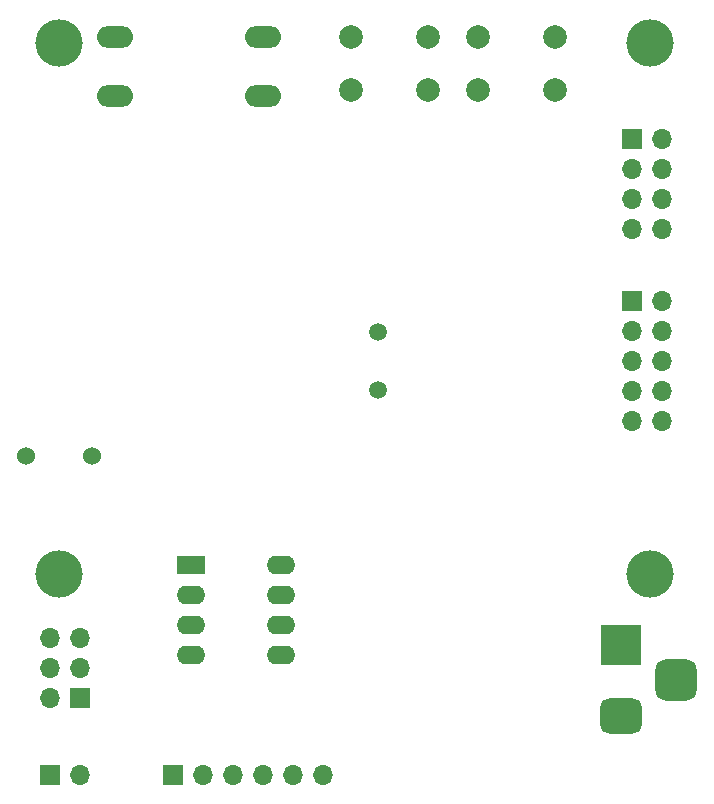
<source format=gbr>
%TF.GenerationSoftware,KiCad,Pcbnew,6.0.4-6f826c9f35~116~ubuntu21.10.1*%
%TF.CreationDate,2022-04-24T13:37:27+09:00*%
%TF.ProjectId,pcb,7063622e-6b69-4636-9164-5f7063625858,rev?*%
%TF.SameCoordinates,Original*%
%TF.FileFunction,Soldermask,Bot*%
%TF.FilePolarity,Negative*%
%FSLAX46Y46*%
G04 Gerber Fmt 4.6, Leading zero omitted, Abs format (unit mm)*
G04 Created by KiCad (PCBNEW 6.0.4-6f826c9f35~116~ubuntu21.10.1) date 2022-04-24 13:37:27*
%MOMM*%
%LPD*%
G01*
G04 APERTURE LIST*
G04 Aperture macros list*
%AMRoundRect*
0 Rectangle with rounded corners*
0 $1 Rounding radius*
0 $2 $3 $4 $5 $6 $7 $8 $9 X,Y pos of 4 corners*
0 Add a 4 corners polygon primitive as box body*
4,1,4,$2,$3,$4,$5,$6,$7,$8,$9,$2,$3,0*
0 Add four circle primitives for the rounded corners*
1,1,$1+$1,$2,$3*
1,1,$1+$1,$4,$5*
1,1,$1+$1,$6,$7*
1,1,$1+$1,$8,$9*
0 Add four rect primitives between the rounded corners*
20,1,$1+$1,$2,$3,$4,$5,0*
20,1,$1+$1,$4,$5,$6,$7,0*
20,1,$1+$1,$6,$7,$8,$9,0*
20,1,$1+$1,$8,$9,$2,$3,0*%
G04 Aperture macros list end*
%ADD10R,1.700000X1.700000*%
%ADD11O,1.700000X1.700000*%
%ADD12C,4.000000*%
%ADD13R,3.500000X3.500000*%
%ADD14RoundRect,0.750000X1.000000X-0.750000X1.000000X0.750000X-1.000000X0.750000X-1.000000X-0.750000X0*%
%ADD15RoundRect,0.875000X0.875000X-0.875000X0.875000X0.875000X-0.875000X0.875000X-0.875000X-0.875000X0*%
%ADD16C,1.524000*%
%ADD17C,2.000000*%
%ADD18O,3.048000X1.850000*%
%ADD19R,2.400000X1.600000*%
%ADD20O,2.400000X1.600000*%
%ADD21C,1.500000*%
G04 APERTURE END LIST*
D10*
%TO.C,J_INNER1*%
X78290000Y-26175000D03*
D11*
X80830000Y-26175000D03*
X78290000Y-28715000D03*
X80830000Y-28715000D03*
X78290000Y-31255000D03*
X80830000Y-31255000D03*
X78290000Y-33795000D03*
X80830000Y-33795000D03*
%TD*%
D12*
%TO.C,HOLE1*%
X29760000Y-18030000D03*
%TD*%
D13*
%TO.C,POWER_JACK1*%
X77302500Y-69030000D03*
D14*
X77302500Y-75030000D03*
D15*
X82002500Y-72030000D03*
%TD*%
D10*
%TO.C,J_UART1*%
X39410000Y-80030000D03*
D11*
X41950000Y-80030000D03*
X44490000Y-80030000D03*
X47030000Y-80030000D03*
X49570000Y-80030000D03*
X52110000Y-80030000D03*
%TD*%
D12*
%TO.C,HOLE3*%
X29760000Y-63030000D03*
%TD*%
D16*
%TO.C,BZ1*%
X32560000Y-53030000D03*
X26960000Y-53030000D03*
%TD*%
D12*
%TO.C,HOLE4*%
X79760000Y-63030000D03*
%TD*%
D17*
%TO.C,SW3*%
X54510000Y-22030000D03*
X61010000Y-22030000D03*
X61010000Y-17530000D03*
X54510000Y-17530000D03*
%TD*%
%TO.C,SW4*%
X65260000Y-22030000D03*
X71760000Y-22030000D03*
X71760000Y-17530000D03*
X65260000Y-17530000D03*
%TD*%
D12*
%TO.C,HOLE2*%
X79760000Y-18030000D03*
%TD*%
D18*
%TO.C,SW2*%
X47000000Y-22530000D03*
X34500000Y-22530000D03*
X47000000Y-17530000D03*
X34500000Y-17530000D03*
%TD*%
D10*
%TO.C,SW1*%
X28985000Y-80030000D03*
D11*
X31525000Y-80030000D03*
%TD*%
D10*
%TO.C,J_SPI1*%
X31535000Y-73530000D03*
D11*
X28995000Y-73530000D03*
X31535000Y-70990000D03*
X28995000Y-70990000D03*
X31535000Y-68450000D03*
X28995000Y-68450000D03*
%TD*%
D19*
%TO.C,U3*%
X40960000Y-62230000D03*
D20*
X40960000Y-64770000D03*
X40960000Y-67310000D03*
X40960000Y-69850000D03*
X48580000Y-69850000D03*
X48580000Y-67310000D03*
X48580000Y-64770000D03*
X48580000Y-62230000D03*
%TD*%
D10*
%TO.C,J_OUTPUT1*%
X78290000Y-39955000D03*
D11*
X80830000Y-39955000D03*
X78290000Y-42495000D03*
X80830000Y-42495000D03*
X78290000Y-45035000D03*
X80830000Y-45035000D03*
X78290000Y-47575000D03*
X80830000Y-47575000D03*
X78290000Y-50115000D03*
X80830000Y-50115000D03*
%TD*%
D21*
%TO.C,Y1*%
X56760000Y-42580000D03*
X56760000Y-47460000D03*
%TD*%
M02*

</source>
